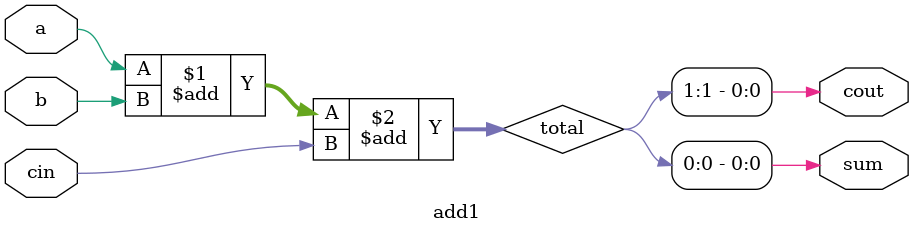
<source format=v>
module top_module (
    input [31:0] a,
    input [31:0] b,
    output [31:0] sum
);//
    wire [15:0] sum1, sum2;
    wire carry;
    add16 inst1(a[15:0], b[15:0], 0, sum1, carry);
    add16 inst2(.a(a[31:16]), .b(b[31:16]), .cin(carry), .sum(sum2));
    assign sum = {sum2, sum1};
endmodule

module add1 ( input a, input b, input cin,   output sum, output cout );

// Full adder module here
    wire [1:0] total;
	assign total = a + b + cin;
    assign sum = total[0];
    assign cout = total[1];
    

endmodule


</source>
